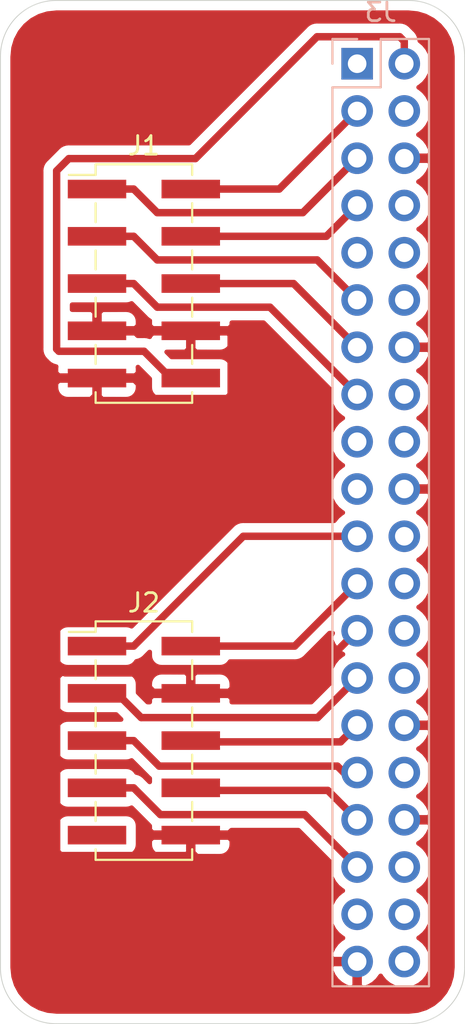
<source format=kicad_pcb>
(kicad_pcb (version 20171130) (host pcbnew 5.1.4-e60b266~84~ubuntu16.04.1)

  (general
    (thickness 1.6)
    (drawings 8)
    (tracks 80)
    (zones 0)
    (modules 3)
    (nets 17)
  )

  (page A4)
  (layers
    (0 F.Cu signal)
    (31 B.Cu signal hide)
    (34 B.Paste user hide)
    (35 F.Paste user hide)
    (36 B.SilkS user)
    (37 F.SilkS user)
    (38 B.Mask user hide)
    (39 F.Mask user hide)
    (44 Edge.Cuts user)
    (45 Margin user hide)
    (46 B.CrtYd user)
    (47 F.CrtYd user)
    (48 B.Fab user hide)
    (49 F.Fab user hide)
  )

  (setup
    (last_trace_width 0.4)
    (trace_clearance 0.4)
    (zone_clearance 0.508)
    (zone_45_only no)
    (trace_min 0.2)
    (via_size 0.8)
    (via_drill 0.4)
    (via_min_size 0.4)
    (via_min_drill 0.3)
    (uvia_size 0.3)
    (uvia_drill 0.1)
    (uvias_allowed no)
    (uvia_min_size 0.2)
    (uvia_min_drill 0.1)
    (edge_width 0.05)
    (segment_width 0.2)
    (pcb_text_width 0.3)
    (pcb_text_size 1.5 1.5)
    (mod_edge_width 0.12)
    (mod_text_size 1 1)
    (mod_text_width 0.15)
    (pad_size 1.524 1.524)
    (pad_drill 0.762)
    (pad_to_mask_clearance 0.051)
    (solder_mask_min_width 0.25)
    (aux_axis_origin 81.5 138.25)
    (grid_origin 81.5 138.25)
    (visible_elements FFFFFF7F)
    (pcbplotparams
      (layerselection 0x01000_7fffffff)
      (usegerberextensions false)
      (usegerberattributes false)
      (usegerberadvancedattributes false)
      (creategerberjobfile false)
      (excludeedgelayer true)
      (linewidth 0.100000)
      (plotframeref false)
      (viasonmask false)
      (mode 1)
      (useauxorigin true)
      (hpglpennumber 1)
      (hpglpenspeed 20)
      (hpglpendiameter 15.000000)
      (psnegative false)
      (psa4output false)
      (plotreference true)
      (plotvalue true)
      (plotinvisibletext false)
      (padsonsilk false)
      (subtractmaskfromsilk false)
      (outputformat 1)
      (mirror false)
      (drillshape 0)
      (scaleselection 1)
      (outputdirectory "gerber/"))
  )

  (net 0 "")
  (net 1 /5V)
  (net 2 /GND)
  (net 3 /RST)
  (net 4 /EN)
  (net 5 /D1)
  (net 6 /D0)
  (net 7 /D3)
  (net 8 /D2)
  (net 9 /LED2)
  (net 10 /SW2)
  (net 11 /LED1)
  (net 12 /SW3)
  (net 13 /SW5)
  (net 14 /SW4)
  (net 15 /3V3)
  (net 16 /SW1a)

  (net_class Default "This is the default net class."
    (clearance 0.4)
    (trace_width 0.4)
    (via_dia 0.8)
    (via_drill 0.4)
    (uvia_dia 0.3)
    (uvia_drill 0.1)
    (diff_pair_width 0.4)
    (diff_pair_gap 0.4)
    (add_net /3V3)
    (add_net /5V)
    (add_net /D0)
    (add_net /D1)
    (add_net /D2)
    (add_net /D3)
    (add_net /EN)
    (add_net /GND)
    (add_net /LED1)
    (add_net /LED2)
    (add_net /NC)
    (add_net /RST)
    (add_net /SW1a)
    (add_net /SW2)
    (add_net /SW3)
    (add_net /SW4)
    (add_net /SW5)
    (add_net "Net-(J3-Pad10)")
    (add_net "Net-(J3-Pad12)")
    (add_net "Net-(J3-Pad16)")
    (add_net "Net-(J3-Pad18)")
    (add_net "Net-(J3-Pad19)")
    (add_net "Net-(J3-Pad22)")
    (add_net "Net-(J3-Pad24)")
    (add_net "Net-(J3-Pad26)")
    (add_net "Net-(J3-Pad28)")
    (add_net "Net-(J3-Pad32)")
    (add_net "Net-(J3-Pad36)")
    (add_net "Net-(J3-Pad37)")
    (add_net "Net-(J3-Pad38)")
    (add_net "Net-(J3-Pad40)")
    (add_net "Net-(J3-Pad8)")
  )

  (module Connector_PinSocket_2.54mm:PinSocket_2x20_P2.54mm_Vertical (layer B.Cu) (tedit 5A19A433) (tstamp 5E08AAC8)
    (at 100.71 86.65 180)
    (descr "Through hole straight socket strip, 2x20, 2.54mm pitch, double cols (from Kicad 4.0.7), script generated")
    (tags "Through hole socket strip THT 2x20 2.54mm double row")
    (path /5DF95190)
    (fp_text reference J3 (at -1.27 2.77) (layer B.SilkS)
      (effects (font (size 1 1) (thickness 0.15)) (justify mirror))
    )
    (fp_text value Conn_02x20_Odd_Even (at -1.27 -51.03) (layer B.Fab)
      (effects (font (size 1 1) (thickness 0.15)) (justify mirror))
    )
    (fp_text user %R (at -1.27 -24.13 270) (layer B.Fab)
      (effects (font (size 1 1) (thickness 0.15)) (justify mirror))
    )
    (fp_line (start -4.34 -50) (end -4.34 1.8) (layer B.CrtYd) (width 0.05))
    (fp_line (start 1.76 -50) (end -4.34 -50) (layer B.CrtYd) (width 0.05))
    (fp_line (start 1.76 1.8) (end 1.76 -50) (layer B.CrtYd) (width 0.05))
    (fp_line (start -4.34 1.8) (end 1.76 1.8) (layer B.CrtYd) (width 0.05))
    (fp_line (start 0 1.33) (end 1.33 1.33) (layer B.SilkS) (width 0.12))
    (fp_line (start 1.33 1.33) (end 1.33 0) (layer B.SilkS) (width 0.12))
    (fp_line (start -1.27 1.33) (end -1.27 -1.27) (layer B.SilkS) (width 0.12))
    (fp_line (start -1.27 -1.27) (end 1.33 -1.27) (layer B.SilkS) (width 0.12))
    (fp_line (start 1.33 -1.27) (end 1.33 -49.59) (layer B.SilkS) (width 0.12))
    (fp_line (start -3.87 -49.59) (end 1.33 -49.59) (layer B.SilkS) (width 0.12))
    (fp_line (start -3.87 1.33) (end -3.87 -49.59) (layer B.SilkS) (width 0.12))
    (fp_line (start -3.87 1.33) (end -1.27 1.33) (layer B.SilkS) (width 0.12))
    (fp_line (start -3.81 -49.53) (end -3.81 1.27) (layer B.Fab) (width 0.1))
    (fp_line (start 1.27 -49.53) (end -3.81 -49.53) (layer B.Fab) (width 0.1))
    (fp_line (start 1.27 0.27) (end 1.27 -49.53) (layer B.Fab) (width 0.1))
    (fp_line (start 0.27 1.27) (end 1.27 0.27) (layer B.Fab) (width 0.1))
    (fp_line (start -3.81 1.27) (end 0.27 1.27) (layer B.Fab) (width 0.1))
    (pad 40 thru_hole oval (at -2.54 -48.26 180) (size 1.7 1.7) (drill 1) (layers *.Cu *.Mask))
    (pad 39 thru_hole oval (at 0 -48.26 180) (size 1.7 1.7) (drill 1) (layers *.Cu *.Mask)
      (net 2 /GND))
    (pad 38 thru_hole oval (at -2.54 -45.72 180) (size 1.7 1.7) (drill 1) (layers *.Cu *.Mask))
    (pad 37 thru_hole oval (at 0 -45.72 180) (size 1.7 1.7) (drill 1) (layers *.Cu *.Mask))
    (pad 36 thru_hole oval (at -2.54 -43.18 180) (size 1.7 1.7) (drill 1) (layers *.Cu *.Mask))
    (pad 35 thru_hole oval (at 0 -43.18 180) (size 1.7 1.7) (drill 1) (layers *.Cu *.Mask)
      (net 10 /SW2))
    (pad 34 thru_hole oval (at -2.54 -40.64 180) (size 1.7 1.7) (drill 1) (layers *.Cu *.Mask)
      (net 2 /GND))
    (pad 33 thru_hole oval (at 0 -40.64 180) (size 1.7 1.7) (drill 1) (layers *.Cu *.Mask)
      (net 9 /LED2))
    (pad 32 thru_hole oval (at -2.54 -38.1 180) (size 1.7 1.7) (drill 1) (layers *.Cu *.Mask))
    (pad 31 thru_hole oval (at 0 -38.1 180) (size 1.7 1.7) (drill 1) (layers *.Cu *.Mask)
      (net 12 /SW3))
    (pad 30 thru_hole oval (at -2.54 -35.56 180) (size 1.7 1.7) (drill 1) (layers *.Cu *.Mask)
      (net 2 /GND))
    (pad 29 thru_hole oval (at 0 -35.56 180) (size 1.7 1.7) (drill 1) (layers *.Cu *.Mask)
      (net 11 /LED1))
    (pad 28 thru_hole oval (at -2.54 -33.02 180) (size 1.7 1.7) (drill 1) (layers *.Cu *.Mask))
    (pad 27 thru_hole oval (at 0 -33.02 180) (size 1.7 1.7) (drill 1) (layers *.Cu *.Mask)
      (net 13 /SW5))
    (pad 26 thru_hole oval (at -2.54 -30.48 180) (size 1.7 1.7) (drill 1) (layers *.Cu *.Mask))
    (pad 25 thru_hole oval (at 0 -30.48 180) (size 1.7 1.7) (drill 1) (layers *.Cu *.Mask)
      (net 2 /GND))
    (pad 24 thru_hole oval (at -2.54 -27.94 180) (size 1.7 1.7) (drill 1) (layers *.Cu *.Mask))
    (pad 23 thru_hole oval (at 0 -27.94 180) (size 1.7 1.7) (drill 1) (layers *.Cu *.Mask)
      (net 16 /SW1a))
    (pad 22 thru_hole oval (at -2.54 -25.4 180) (size 1.7 1.7) (drill 1) (layers *.Cu *.Mask))
    (pad 21 thru_hole oval (at 0 -25.4 180) (size 1.7 1.7) (drill 1) (layers *.Cu *.Mask)
      (net 14 /SW4))
    (pad 20 thru_hole oval (at -2.54 -22.86 180) (size 1.7 1.7) (drill 1) (layers *.Cu *.Mask)
      (net 2 /GND))
    (pad 19 thru_hole oval (at 0 -22.86 180) (size 1.7 1.7) (drill 1) (layers *.Cu *.Mask))
    (pad 18 thru_hole oval (at -2.54 -20.32 180) (size 1.7 1.7) (drill 1) (layers *.Cu *.Mask))
    (pad 17 thru_hole oval (at 0 -20.32 180) (size 1.7 1.7) (drill 1) (layers *.Cu *.Mask)
      (net 15 /3V3))
    (pad 16 thru_hole oval (at -2.54 -17.78 180) (size 1.7 1.7) (drill 1) (layers *.Cu *.Mask))
    (pad 15 thru_hole oval (at 0 -17.78 180) (size 1.7 1.7) (drill 1) (layers *.Cu *.Mask)
      (net 3 /RST))
    (pad 14 thru_hole oval (at -2.54 -15.24 180) (size 1.7 1.7) (drill 1) (layers *.Cu *.Mask)
      (net 2 /GND))
    (pad 13 thru_hole oval (at 0 -15.24 180) (size 1.7 1.7) (drill 1) (layers *.Cu *.Mask)
      (net 4 /EN))
    (pad 12 thru_hole oval (at -2.54 -12.7 180) (size 1.7 1.7) (drill 1) (layers *.Cu *.Mask))
    (pad 11 thru_hole oval (at 0 -12.7 180) (size 1.7 1.7) (drill 1) (layers *.Cu *.Mask)
      (net 6 /D0))
    (pad 10 thru_hole oval (at -2.54 -10.16 180) (size 1.7 1.7) (drill 1) (layers *.Cu *.Mask))
    (pad 9 thru_hole oval (at 0 -10.16 180) (size 1.7 1.7) (drill 1) (layers *.Cu *.Mask)
      (net 2 /GND))
    (pad 8 thru_hole oval (at -2.54 -7.62 180) (size 1.7 1.7) (drill 1) (layers *.Cu *.Mask))
    (pad 7 thru_hole oval (at 0 -7.62 180) (size 1.7 1.7) (drill 1) (layers *.Cu *.Mask)
      (net 5 /D1))
    (pad 6 thru_hole oval (at -2.54 -5.08 180) (size 1.7 1.7) (drill 1) (layers *.Cu *.Mask)
      (net 2 /GND))
    (pad 5 thru_hole oval (at 0 -5.08 180) (size 1.7 1.7) (drill 1) (layers *.Cu *.Mask)
      (net 8 /D2))
    (pad 4 thru_hole oval (at -2.54 -2.54 180) (size 1.7 1.7) (drill 1) (layers *.Cu *.Mask)
      (net 1 /5V))
    (pad 3 thru_hole oval (at 0 -2.54 180) (size 1.7 1.7) (drill 1) (layers *.Cu *.Mask)
      (net 7 /D3))
    (pad 2 thru_hole oval (at -2.54 0 180) (size 1.7 1.7) (drill 1) (layers *.Cu *.Mask)
      (net 1 /5V))
    (pad 1 thru_hole rect (at 0 0 180) (size 1.7 1.7) (drill 1) (layers *.Cu *.Mask)
      (net 15 /3V3))
    (model ${KISYS3DMOD}/Connector_PinSocket_2.54mm.3dshapes/PinSocket_2x20_P2.54mm_Vertical.wrl
      (at (xyz 0 0 0))
      (scale (xyz 1 1 1))
      (rotate (xyz 0 0 0))
    )
  )

  (module Connector_PinHeader_2.54mm:PinHeader_2x05_P2.54mm_Vertical_SMD (layer F.Cu) (tedit 59FED5CC) (tstamp 5E08B398)
    (at 89.225 123.033332)
    (descr "surface-mounted straight pin header, 2x05, 2.54mm pitch, double rows")
    (tags "Surface mounted pin header SMD 2x05 2.54mm double row")
    (path /5DF93079)
    (attr smd)
    (fp_text reference J2 (at 0 -7.41) (layer F.SilkS)
      (effects (font (size 1 1) (thickness 0.15)))
    )
    (fp_text value Conn_02x05_Odd_Even (at 0 7.41) (layer F.Fab)
      (effects (font (size 1 1) (thickness 0.15)))
    )
    (fp_line (start 2.54 6.35) (end -2.54 6.35) (layer F.Fab) (width 0.1))
    (fp_line (start -1.59 -6.35) (end 2.54 -6.35) (layer F.Fab) (width 0.1))
    (fp_line (start -2.54 6.35) (end -2.54 -5.4) (layer F.Fab) (width 0.1))
    (fp_line (start -2.54 -5.4) (end -1.59 -6.35) (layer F.Fab) (width 0.1))
    (fp_line (start 2.54 -6.35) (end 2.54 6.35) (layer F.Fab) (width 0.1))
    (fp_line (start -2.54 -5.4) (end -3.6 -5.4) (layer F.Fab) (width 0.1))
    (fp_line (start -3.6 -5.4) (end -3.6 -4.76) (layer F.Fab) (width 0.1))
    (fp_line (start -3.6 -4.76) (end -2.54 -4.76) (layer F.Fab) (width 0.1))
    (fp_line (start 2.54 -5.4) (end 3.6 -5.4) (layer F.Fab) (width 0.1))
    (fp_line (start 3.6 -5.4) (end 3.6 -4.76) (layer F.Fab) (width 0.1))
    (fp_line (start 3.6 -4.76) (end 2.54 -4.76) (layer F.Fab) (width 0.1))
    (fp_line (start -2.54 -2.86) (end -3.6 -2.86) (layer F.Fab) (width 0.1))
    (fp_line (start -3.6 -2.86) (end -3.6 -2.22) (layer F.Fab) (width 0.1))
    (fp_line (start -3.6 -2.22) (end -2.54 -2.22) (layer F.Fab) (width 0.1))
    (fp_line (start 2.54 -2.86) (end 3.6 -2.86) (layer F.Fab) (width 0.1))
    (fp_line (start 3.6 -2.86) (end 3.6 -2.22) (layer F.Fab) (width 0.1))
    (fp_line (start 3.6 -2.22) (end 2.54 -2.22) (layer F.Fab) (width 0.1))
    (fp_line (start -2.54 -0.32) (end -3.6 -0.32) (layer F.Fab) (width 0.1))
    (fp_line (start -3.6 -0.32) (end -3.6 0.32) (layer F.Fab) (width 0.1))
    (fp_line (start -3.6 0.32) (end -2.54 0.32) (layer F.Fab) (width 0.1))
    (fp_line (start 2.54 -0.32) (end 3.6 -0.32) (layer F.Fab) (width 0.1))
    (fp_line (start 3.6 -0.32) (end 3.6 0.32) (layer F.Fab) (width 0.1))
    (fp_line (start 3.6 0.32) (end 2.54 0.32) (layer F.Fab) (width 0.1))
    (fp_line (start -2.54 2.22) (end -3.6 2.22) (layer F.Fab) (width 0.1))
    (fp_line (start -3.6 2.22) (end -3.6 2.86) (layer F.Fab) (width 0.1))
    (fp_line (start -3.6 2.86) (end -2.54 2.86) (layer F.Fab) (width 0.1))
    (fp_line (start 2.54 2.22) (end 3.6 2.22) (layer F.Fab) (width 0.1))
    (fp_line (start 3.6 2.22) (end 3.6 2.86) (layer F.Fab) (width 0.1))
    (fp_line (start 3.6 2.86) (end 2.54 2.86) (layer F.Fab) (width 0.1))
    (fp_line (start -2.54 4.76) (end -3.6 4.76) (layer F.Fab) (width 0.1))
    (fp_line (start -3.6 4.76) (end -3.6 5.4) (layer F.Fab) (width 0.1))
    (fp_line (start -3.6 5.4) (end -2.54 5.4) (layer F.Fab) (width 0.1))
    (fp_line (start 2.54 4.76) (end 3.6 4.76) (layer F.Fab) (width 0.1))
    (fp_line (start 3.6 4.76) (end 3.6 5.4) (layer F.Fab) (width 0.1))
    (fp_line (start 3.6 5.4) (end 2.54 5.4) (layer F.Fab) (width 0.1))
    (fp_line (start -2.6 -6.41) (end 2.6 -6.41) (layer F.SilkS) (width 0.12))
    (fp_line (start -2.6 6.41) (end 2.6 6.41) (layer F.SilkS) (width 0.12))
    (fp_line (start -4.04 -5.84) (end -2.6 -5.84) (layer F.SilkS) (width 0.12))
    (fp_line (start -2.6 -6.41) (end -2.6 -5.84) (layer F.SilkS) (width 0.12))
    (fp_line (start 2.6 -6.41) (end 2.6 -5.84) (layer F.SilkS) (width 0.12))
    (fp_line (start -2.6 5.84) (end -2.6 6.41) (layer F.SilkS) (width 0.12))
    (fp_line (start 2.6 5.84) (end 2.6 6.41) (layer F.SilkS) (width 0.12))
    (fp_line (start -2.6 -4.32) (end -2.6 -3.3) (layer F.SilkS) (width 0.12))
    (fp_line (start 2.6 -4.32) (end 2.6 -3.3) (layer F.SilkS) (width 0.12))
    (fp_line (start -2.6 -1.78) (end -2.6 -0.76) (layer F.SilkS) (width 0.12))
    (fp_line (start 2.6 -1.78) (end 2.6 -0.76) (layer F.SilkS) (width 0.12))
    (fp_line (start -2.6 0.76) (end -2.6 1.78) (layer F.SilkS) (width 0.12))
    (fp_line (start 2.6 0.76) (end 2.6 1.78) (layer F.SilkS) (width 0.12))
    (fp_line (start -2.6 3.3) (end -2.6 4.32) (layer F.SilkS) (width 0.12))
    (fp_line (start 2.6 3.3) (end 2.6 4.32) (layer F.SilkS) (width 0.12))
    (fp_line (start -5.9 -6.85) (end -5.9 6.85) (layer F.CrtYd) (width 0.05))
    (fp_line (start -5.9 6.85) (end 5.9 6.85) (layer F.CrtYd) (width 0.05))
    (fp_line (start 5.9 6.85) (end 5.9 -6.85) (layer F.CrtYd) (width 0.05))
    (fp_line (start 5.9 -6.85) (end -5.9 -6.85) (layer F.CrtYd) (width 0.05))
    (fp_text user %R (at 0 0 90) (layer F.Fab)
      (effects (font (size 1 1) (thickness 0.15)))
    )
    (pad 1 smd rect (at -2.525 -5.08) (size 3.15 1) (layers F.Cu F.Paste F.Mask)
      (net 14 /SW4))
    (pad 2 smd rect (at 2.525 -5.08) (size 3.15 1) (layers F.Cu F.Paste F.Mask)
      (net 16 /SW1a))
    (pad 3 smd rect (at -2.525 -2.54) (size 3.15 1) (layers F.Cu F.Paste F.Mask)
      (net 13 /SW5))
    (pad 4 smd rect (at 2.525 -2.54) (size 3.15 1) (layers F.Cu F.Paste F.Mask)
      (net 2 /GND))
    (pad 5 smd rect (at -2.525 0) (size 3.15 1) (layers F.Cu F.Paste F.Mask)
      (net 12 /SW3))
    (pad 6 smd rect (at 2.525 0) (size 3.15 1) (layers F.Cu F.Paste F.Mask)
      (net 11 /LED1))
    (pad 7 smd rect (at -2.525 2.54) (size 3.15 1) (layers F.Cu F.Paste F.Mask)
      (net 10 /SW2))
    (pad 8 smd rect (at 2.525 2.54) (size 3.15 1) (layers F.Cu F.Paste F.Mask)
      (net 9 /LED2))
    (pad 9 smd rect (at -2.525 5.08) (size 3.15 1) (layers F.Cu F.Paste F.Mask))
    (pad 10 smd rect (at 2.525 5.08) (size 3.15 1) (layers F.Cu F.Paste F.Mask)
      (net 2 /GND))
    (model ${KISYS3DMOD}/Connector_PinHeader_2.54mm.3dshapes/PinHeader_2x05_P2.54mm_Vertical_SMD.wrl
      (at (xyz 0 0 0))
      (scale (xyz 1 1 1))
      (rotate (xyz 0 0 0))
    )
  )

  (module Connector_PinHeader_2.54mm:PinHeader_2x05_P2.54mm_Vertical_SMD (layer F.Cu) (tedit 59FED5CC) (tstamp 5E08BCB9)
    (at 89.225 98.466666)
    (descr "surface-mounted straight pin header, 2x05, 2.54mm pitch, double rows")
    (tags "Surface mounted pin header SMD 2x05 2.54mm double row")
    (path /5DF92636)
    (attr smd)
    (fp_text reference J1 (at 0 -7.41) (layer F.SilkS)
      (effects (font (size 1 1) (thickness 0.15)))
    )
    (fp_text value Conn_02x05_Odd_Even (at 0 7.41) (layer F.Fab)
      (effects (font (size 1 1) (thickness 0.15)))
    )
    (fp_line (start 2.54 6.35) (end -2.54 6.35) (layer F.Fab) (width 0.1))
    (fp_line (start -1.59 -6.35) (end 2.54 -6.35) (layer F.Fab) (width 0.1))
    (fp_line (start -2.54 6.35) (end -2.54 -5.4) (layer F.Fab) (width 0.1))
    (fp_line (start -2.54 -5.4) (end -1.59 -6.35) (layer F.Fab) (width 0.1))
    (fp_line (start 2.54 -6.35) (end 2.54 6.35) (layer F.Fab) (width 0.1))
    (fp_line (start -2.54 -5.4) (end -3.6 -5.4) (layer F.Fab) (width 0.1))
    (fp_line (start -3.6 -5.4) (end -3.6 -4.76) (layer F.Fab) (width 0.1))
    (fp_line (start -3.6 -4.76) (end -2.54 -4.76) (layer F.Fab) (width 0.1))
    (fp_line (start 2.54 -5.4) (end 3.6 -5.4) (layer F.Fab) (width 0.1))
    (fp_line (start 3.6 -5.4) (end 3.6 -4.76) (layer F.Fab) (width 0.1))
    (fp_line (start 3.6 -4.76) (end 2.54 -4.76) (layer F.Fab) (width 0.1))
    (fp_line (start -2.54 -2.86) (end -3.6 -2.86) (layer F.Fab) (width 0.1))
    (fp_line (start -3.6 -2.86) (end -3.6 -2.22) (layer F.Fab) (width 0.1))
    (fp_line (start -3.6 -2.22) (end -2.54 -2.22) (layer F.Fab) (width 0.1))
    (fp_line (start 2.54 -2.86) (end 3.6 -2.86) (layer F.Fab) (width 0.1))
    (fp_line (start 3.6 -2.86) (end 3.6 -2.22) (layer F.Fab) (width 0.1))
    (fp_line (start 3.6 -2.22) (end 2.54 -2.22) (layer F.Fab) (width 0.1))
    (fp_line (start -2.54 -0.32) (end -3.6 -0.32) (layer F.Fab) (width 0.1))
    (fp_line (start -3.6 -0.32) (end -3.6 0.32) (layer F.Fab) (width 0.1))
    (fp_line (start -3.6 0.32) (end -2.54 0.32) (layer F.Fab) (width 0.1))
    (fp_line (start 2.54 -0.32) (end 3.6 -0.32) (layer F.Fab) (width 0.1))
    (fp_line (start 3.6 -0.32) (end 3.6 0.32) (layer F.Fab) (width 0.1))
    (fp_line (start 3.6 0.32) (end 2.54 0.32) (layer F.Fab) (width 0.1))
    (fp_line (start -2.54 2.22) (end -3.6 2.22) (layer F.Fab) (width 0.1))
    (fp_line (start -3.6 2.22) (end -3.6 2.86) (layer F.Fab) (width 0.1))
    (fp_line (start -3.6 2.86) (end -2.54 2.86) (layer F.Fab) (width 0.1))
    (fp_line (start 2.54 2.22) (end 3.6 2.22) (layer F.Fab) (width 0.1))
    (fp_line (start 3.6 2.22) (end 3.6 2.86) (layer F.Fab) (width 0.1))
    (fp_line (start 3.6 2.86) (end 2.54 2.86) (layer F.Fab) (width 0.1))
    (fp_line (start -2.54 4.76) (end -3.6 4.76) (layer F.Fab) (width 0.1))
    (fp_line (start -3.6 4.76) (end -3.6 5.4) (layer F.Fab) (width 0.1))
    (fp_line (start -3.6 5.4) (end -2.54 5.4) (layer F.Fab) (width 0.1))
    (fp_line (start 2.54 4.76) (end 3.6 4.76) (layer F.Fab) (width 0.1))
    (fp_line (start 3.6 4.76) (end 3.6 5.4) (layer F.Fab) (width 0.1))
    (fp_line (start 3.6 5.4) (end 2.54 5.4) (layer F.Fab) (width 0.1))
    (fp_line (start -2.6 -6.41) (end 2.6 -6.41) (layer F.SilkS) (width 0.12))
    (fp_line (start -2.6 6.41) (end 2.6 6.41) (layer F.SilkS) (width 0.12))
    (fp_line (start -4.04 -5.84) (end -2.6 -5.84) (layer F.SilkS) (width 0.12))
    (fp_line (start -2.6 -6.41) (end -2.6 -5.84) (layer F.SilkS) (width 0.12))
    (fp_line (start 2.6 -6.41) (end 2.6 -5.84) (layer F.SilkS) (width 0.12))
    (fp_line (start -2.6 5.84) (end -2.6 6.41) (layer F.SilkS) (width 0.12))
    (fp_line (start 2.6 5.84) (end 2.6 6.41) (layer F.SilkS) (width 0.12))
    (fp_line (start -2.6 -4.32) (end -2.6 -3.3) (layer F.SilkS) (width 0.12))
    (fp_line (start 2.6 -4.32) (end 2.6 -3.3) (layer F.SilkS) (width 0.12))
    (fp_line (start -2.6 -1.78) (end -2.6 -0.76) (layer F.SilkS) (width 0.12))
    (fp_line (start 2.6 -1.78) (end 2.6 -0.76) (layer F.SilkS) (width 0.12))
    (fp_line (start -2.6 0.76) (end -2.6 1.78) (layer F.SilkS) (width 0.12))
    (fp_line (start 2.6 0.76) (end 2.6 1.78) (layer F.SilkS) (width 0.12))
    (fp_line (start -2.6 3.3) (end -2.6 4.32) (layer F.SilkS) (width 0.12))
    (fp_line (start 2.6 3.3) (end 2.6 4.32) (layer F.SilkS) (width 0.12))
    (fp_line (start -5.9 -6.85) (end -5.9 6.85) (layer F.CrtYd) (width 0.05))
    (fp_line (start -5.9 6.85) (end 5.9 6.85) (layer F.CrtYd) (width 0.05))
    (fp_line (start 5.9 6.85) (end 5.9 -6.85) (layer F.CrtYd) (width 0.05))
    (fp_line (start 5.9 -6.85) (end -5.9 -6.85) (layer F.CrtYd) (width 0.05))
    (fp_text user %R (at 0 0 90) (layer F.Fab)
      (effects (font (size 1 1) (thickness 0.15)))
    )
    (pad 1 smd rect (at -2.525 -5.08) (size 3.15 1) (layers F.Cu F.Paste F.Mask)
      (net 8 /D2))
    (pad 2 smd rect (at 2.525 -5.08) (size 3.15 1) (layers F.Cu F.Paste F.Mask)
      (net 7 /D3))
    (pad 3 smd rect (at -2.525 -2.54) (size 3.15 1) (layers F.Cu F.Paste F.Mask)
      (net 6 /D0))
    (pad 4 smd rect (at 2.525 -2.54) (size 3.15 1) (layers F.Cu F.Paste F.Mask)
      (net 5 /D1))
    (pad 5 smd rect (at -2.525 0) (size 3.15 1) (layers F.Cu F.Paste F.Mask)
      (net 3 /RST))
    (pad 6 smd rect (at 2.525 0) (size 3.15 1) (layers F.Cu F.Paste F.Mask)
      (net 4 /EN))
    (pad 7 smd rect (at -2.525 2.54) (size 3.15 1) (layers F.Cu F.Paste F.Mask)
      (net 2 /GND))
    (pad 8 smd rect (at 2.525 2.54) (size 3.15 1) (layers F.Cu F.Paste F.Mask)
      (net 2 /GND))
    (pad 9 smd rect (at -2.525 5.08) (size 3.15 1) (layers F.Cu F.Paste F.Mask)
      (net 2 /GND))
    (pad 10 smd rect (at 2.525 5.08) (size 3.15 1) (layers F.Cu F.Paste F.Mask)
      (net 1 /5V))
    (model ${KISYS3DMOD}/Connector_PinHeader_2.54mm.3dshapes/PinHeader_2x05_P2.54mm_Vertical_SMD.wrl
      (at (xyz 0 0 0))
      (scale (xyz 1 1 1))
      (rotate (xyz 0 0 0))
    )
  )

  (gr_line (start 81.5 86.25) (end 81.5 135.25) (layer Edge.Cuts) (width 0.05) (tstamp 5E08D06E))
  (gr_line (start 103.5 138.25) (end 84.5 138.25) (layer Edge.Cuts) (width 0.05) (tstamp 5E08D06D))
  (gr_line (start 106.5 86.25) (end 106.5 135.25) (layer Edge.Cuts) (width 0.05) (tstamp 5E08D06C))
  (gr_line (start 84.5 83.25) (end 103.5 83.25) (layer Edge.Cuts) (width 0.05) (tstamp 5E08D06B))
  (gr_arc (start 103.5 86.25) (end 106.5 86.25) (angle -90) (layer Edge.Cuts) (width 0.05))
  (gr_arc (start 84.5 86.25) (end 84.5 83.25) (angle -90) (layer Edge.Cuts) (width 0.05))
  (gr_arc (start 103.5 135.25) (end 103.5 138.25) (angle -90) (layer Edge.Cuts) (width 0.05))
  (gr_arc (start 84.5 135.25) (end 81.5 135.25) (angle -90) (layer Edge.Cuts) (width 0.05))

  (segment (start 90.675 103.546666) (end 89.235001 102.106667) (width 0.4) (layer F.Cu) (net 1))
  (segment (start 89.235001 102.106667) (end 84.644999 102.106667) (width 0.4) (layer F.Cu) (net 1))
  (segment (start 103.25 85.447919) (end 103.25 86.65) (width 0.4) (layer F.Cu) (net 1))
  (segment (start 84.524999 101.986667) (end 84.524999 92.406665) (width 0.4) (layer F.Cu) (net 1))
  (segment (start 84.524999 92.406665) (end 85.181664 91.75) (width 0.4) (layer F.Cu) (net 1))
  (segment (start 85.181664 91.75) (end 92 91.75) (width 0.4) (layer F.Cu) (net 1))
  (segment (start 91.75 103.546666) (end 90.675 103.546666) (width 0.4) (layer F.Cu) (net 1))
  (segment (start 92 91.75) (end 98.550001 85.199999) (width 0.4) (layer F.Cu) (net 1))
  (segment (start 84.644999 102.106667) (end 84.524999 101.986667) (width 0.4) (layer F.Cu) (net 1))
  (segment (start 103.00208 85.199999) (end 103.25 85.447919) (width 0.4) (layer F.Cu) (net 1))
  (segment (start 98.550001 85.199999) (end 103.00208 85.199999) (width 0.4) (layer F.Cu) (net 1))
  (segment (start 99.507919 134.91) (end 100.71 134.91) (width 0.4) (layer F.Cu) (net 2))
  (segment (start 97.646668 134.91) (end 99.507919 134.91) (width 0.4) (layer F.Cu) (net 2))
  (segment (start 91.75 129.013332) (end 97.646668 134.91) (width 0.4) (layer F.Cu) (net 2))
  (segment (start 91.75 120.493332) (end 97.346668 120.493332) (width 0.4) (layer F.Cu) (net 2))
  (segment (start 86.7 101.006666) (end 91.75 101.006666) (width 0.4) (layer F.Cu) (net 2))
  (segment (start 88.675 103.546666) (end 86.7 103.546666) (width 0.4) (layer F.Cu) (net 2))
  (segment (start 89.775001 104.646667) (end 88.675 103.546666) (width 0.4) (layer F.Cu) (net 2))
  (segment (start 93.805001 104.646667) (end 89.775001 104.646667) (width 0.4) (layer F.Cu) (net 2))
  (segment (start 93.925001 104.526667) (end 93.805001 104.646667) (width 0.4) (layer F.Cu) (net 2))
  (segment (start 93.925001 101.206667) (end 93.925001 104.526667) (width 0.4) (layer F.Cu) (net 2))
  (segment (start 93.725 101.006666) (end 93.925001 101.206667) (width 0.4) (layer F.Cu) (net 2))
  (segment (start 91.75 101.006666) (end 93.725 101.006666) (width 0.4) (layer F.Cu) (net 2))
  (segment (start 89.775 120.493332) (end 91.75 120.493332) (width 0.4) (layer F.Cu) (net 2))
  (segment (start 88.674999 119.393331) (end 89.775 120.493332) (width 0.4) (layer F.Cu) (net 2))
  (segment (start 84.524999 118.933333) (end 84.984997 119.393331) (width 0.4) (layer F.Cu) (net 2))
  (segment (start 84.984997 119.393331) (end 88.674999 119.393331) (width 0.4) (layer F.Cu) (net 2))
  (segment (start 86.7 104.446666) (end 84.524999 106.621667) (width 0.4) (layer F.Cu) (net 2))
  (segment (start 86.7 103.546666) (end 86.7 104.446666) (width 0.4) (layer F.Cu) (net 2))
  (segment (start 97.346668 120.493332) (end 100.71 117.13) (width 0.4) (layer F.Cu) (net 2))
  (segment (start 91.549999 129.213333) (end 84.644999 129.213333) (width 0.4) (layer F.Cu) (net 2))
  (segment (start 84.644999 129.213333) (end 84.524999 129.093333) (width 0.4) (layer F.Cu) (net 2))
  (segment (start 91.75 129.013332) (end 91.549999 129.213333) (width 0.4) (layer F.Cu) (net 2))
  (segment (start 91.75 128.113332) (end 91.75 129.013332) (width 0.4) (layer F.Cu) (net 2))
  (segment (start 84.524999 106.621667) (end 84.524999 118.225001) (width 0.4) (layer F.Cu) (net 2))
  (segment (start 84.524999 118.225001) (end 84.524999 118.933333) (width 0.4) (layer F.Cu) (net 2))
  (segment (start 84.524999 129.093333) (end 84.524999 118.225001) (width 0.4) (layer F.Cu) (net 2))
  (segment (start 86.7 98.466666) (end 87.775 98.466666) (width 0.4) (layer F.Cu) (net 3))
  (segment (start 89.945 99.736666) (end 88.675 98.466666) (width 0.4) (layer F.Cu) (net 3))
  (segment (start 88.675 98.466666) (end 86.7 98.466666) (width 0.4) (layer F.Cu) (net 3))
  (segment (start 96.016666 99.736666) (end 89.945 99.736666) (width 0.4) (layer F.Cu) (net 3))
  (segment (start 100.71 104.43) (end 96.016666 99.736666) (width 0.4) (layer F.Cu) (net 3))
  (segment (start 97.286666 98.466666) (end 100.71 101.89) (width 0.4) (layer F.Cu) (net 4))
  (segment (start 91.75 98.466666) (end 97.286666 98.466666) (width 0.4) (layer F.Cu) (net 4))
  (segment (start 99.053334 95.926666) (end 100.71 94.27) (width 0.4) (layer F.Cu) (net 5))
  (segment (start 91.75 95.926666) (end 99.053334 95.926666) (width 0.4) (layer F.Cu) (net 5))
  (segment (start 88.675 95.926666) (end 86.7 95.926666) (width 0.4) (layer F.Cu) (net 6))
  (segment (start 89.945 97.196666) (end 88.675 95.926666) (width 0.4) (layer F.Cu) (net 6))
  (segment (start 98.556666 97.196666) (end 89.945 97.196666) (width 0.4) (layer F.Cu) (net 6))
  (segment (start 100.71 99.35) (end 98.556666 97.196666) (width 0.4) (layer F.Cu) (net 6))
  (segment (start 96.513334 93.386666) (end 100.71 89.19) (width 0.4) (layer F.Cu) (net 7))
  (segment (start 91.75 93.386666) (end 96.513334 93.386666) (width 0.4) (layer F.Cu) (net 7))
  (segment (start 88.675 93.386666) (end 86.7 93.386666) (width 0.4) (layer F.Cu) (net 8))
  (segment (start 97.783334 94.656666) (end 89.945 94.656666) (width 0.4) (layer F.Cu) (net 8))
  (segment (start 89.945 94.656666) (end 88.675 93.386666) (width 0.4) (layer F.Cu) (net 8))
  (segment (start 100.71 91.73) (end 97.783334 94.656666) (width 0.4) (layer F.Cu) (net 8))
  (segment (start 99.129328 125.709328) (end 100.71 127.29) (width 0.4) (layer F.Cu) (net 9))
  (segment (start 91.75 125.709328) (end 99.129328 125.709328) (width 0.4) (layer F.Cu) (net 9))
  (segment (start 90.114999 127.013331) (end 97.893331 127.013331) (width 0.4) (layer F.Cu) (net 10))
  (segment (start 88.675 125.573332) (end 90.114999 127.013331) (width 0.4) (layer F.Cu) (net 10))
  (segment (start 97.893331 127.013331) (end 100.71 129.83) (width 0.4) (layer F.Cu) (net 10))
  (segment (start 86.7 125.573332) (end 88.675 125.573332) (width 0.4) (layer F.Cu) (net 10))
  (segment (start 99.81867 123.10133) (end 100.71 122.21) (width 0.4) (layer F.Cu) (net 11))
  (segment (start 91.75 123.10133) (end 99.81867 123.10133) (width 0.4) (layer F.Cu) (net 11))
  (segment (start 86.7 123.033332) (end 87.775 123.033332) (width 0.4) (layer F.Cu) (net 12))
  (segment (start 99.990726 124.75) (end 100.75 124.75) (width 0.4) (layer F.Cu) (net 12))
  (segment (start 88.675 123.033332) (end 90.046997 124.405329) (width 0.4) (layer F.Cu) (net 12))
  (segment (start 86.7 123.033332) (end 88.675 123.033332) (width 0.4) (layer F.Cu) (net 12))
  (segment (start 90.046997 124.405329) (end 99.646055 124.405329) (width 0.4) (layer F.Cu) (net 12))
  (segment (start 99.646055 124.405329) (end 99.990726 124.75) (width 0.4) (layer F.Cu) (net 12))
  (segment (start 98.582669 121.797331) (end 100.71 119.67) (width 0.4) (layer F.Cu) (net 13))
  (segment (start 89.078999 121.797331) (end 98.582669 121.797331) (width 0.4) (layer F.Cu) (net 13))
  (segment (start 87.775 120.493332) (end 89.078999 121.797331) (width 0.4) (layer F.Cu) (net 13))
  (segment (start 86.7 120.493332) (end 87.775 120.493332) (width 0.4) (layer F.Cu) (net 13))
  (segment (start 94.578332 112.05) (end 99.507919 112.05) (width 0.4) (layer F.Cu) (net 14))
  (segment (start 88.675 117.953332) (end 94.578332 112.05) (width 0.4) (layer F.Cu) (net 14))
  (segment (start 99.507919 112.05) (end 100.71 112.05) (width 0.4) (layer F.Cu) (net 14))
  (segment (start 86.7 117.953332) (end 88.675 117.953332) (width 0.4) (layer F.Cu) (net 14))
  (segment (start 97.346668 117.953332) (end 100.71 114.59) (width 0.4) (layer F.Cu) (net 16))
  (segment (start 91.75 117.953332) (end 97.346668 117.953332) (width 0.4) (layer F.Cu) (net 16))

  (zone (net 2) (net_name /GND) (layer F.Cu) (tstamp 5E08D9E2) (hatch edge 0.508)
    (connect_pads (clearance 0.508))
    (min_thickness 0.254)
    (fill yes (arc_segments 32) (thermal_gap 0.508) (thermal_bridge_width 0.508) (smoothing fillet) (radius 3))
    (polygon
      (pts
        (xy 81.5 138.25) (xy 106.5 138.25) (xy 106.5 83.25) (xy 81.5 83.25)
      )
    )
    (filled_polygon
      (pts
        (xy 103.953893 83.95767) (xy 104.390498 84.089489) (xy 104.793185 84.3036) (xy 105.146612 84.591848) (xy 105.437327 84.943261)
        (xy 105.654242 85.344439) (xy 105.789106 85.780113) (xy 105.84 86.264344) (xy 105.840001 135.217711) (xy 105.79233 135.703894)
        (xy 105.660512 136.140497) (xy 105.446399 136.543186) (xy 105.15815 136.896613) (xy 104.806739 137.187327) (xy 104.405564 137.40424)
        (xy 103.969886 137.539106) (xy 103.485664 137.59) (xy 84.532279 137.59) (xy 84.046106 137.54233) (xy 83.609503 137.410512)
        (xy 83.206814 137.196399) (xy 82.853387 136.90815) (xy 82.562673 136.556739) (xy 82.34576 136.155564) (xy 82.210894 135.719886)
        (xy 82.163282 135.26689) (xy 99.268524 135.26689) (xy 99.313175 135.414099) (xy 99.438359 135.67692) (xy 99.612412 135.910269)
        (xy 99.828645 136.105178) (xy 100.078748 136.254157) (xy 100.353109 136.351481) (xy 100.583 136.230814) (xy 100.583 135.037)
        (xy 99.389845 135.037) (xy 99.268524 135.26689) (xy 82.163282 135.26689) (xy 82.16 135.235664) (xy 82.16 127.613332)
        (xy 84.486928 127.613332) (xy 84.486928 128.613332) (xy 84.499188 128.737814) (xy 84.535498 128.857512) (xy 84.594463 128.967826)
        (xy 84.673815 129.064517) (xy 84.770506 129.143869) (xy 84.88082 129.202834) (xy 85.000518 129.239144) (xy 85.125 129.251404)
        (xy 88.275 129.251404) (xy 88.399482 129.239144) (xy 88.51918 129.202834) (xy 88.629494 129.143869) (xy 88.726185 129.064517)
        (xy 88.805537 128.967826) (xy 88.864502 128.857512) (xy 88.900812 128.737814) (xy 88.913072 128.613332) (xy 89.536928 128.613332)
        (xy 89.549188 128.737814) (xy 89.585498 128.857512) (xy 89.644463 128.967826) (xy 89.723815 129.064517) (xy 89.820506 129.143869)
        (xy 89.93082 129.202834) (xy 90.050518 129.239144) (xy 90.175 129.251404) (xy 91.46425 129.248332) (xy 91.623 129.089582)
        (xy 91.623 128.240332) (xy 91.877 128.240332) (xy 91.877 129.089582) (xy 92.03575 129.248332) (xy 93.325 129.251404)
        (xy 93.449482 129.239144) (xy 93.56918 129.202834) (xy 93.679494 129.143869) (xy 93.776185 129.064517) (xy 93.855537 128.967826)
        (xy 93.914502 128.857512) (xy 93.950812 128.737814) (xy 93.963072 128.613332) (xy 93.96 128.399082) (xy 93.80125 128.240332)
        (xy 91.877 128.240332) (xy 91.623 128.240332) (xy 89.69875 128.240332) (xy 89.54 128.399082) (xy 89.536928 128.613332)
        (xy 88.913072 128.613332) (xy 88.913072 127.613332) (xy 88.900812 127.48885) (xy 88.864502 127.369152) (xy 88.805537 127.258838)
        (xy 88.726185 127.162147) (xy 88.629494 127.082795) (xy 88.51918 127.02383) (xy 88.399482 126.98752) (xy 88.275 126.97526)
        (xy 85.125 126.97526) (xy 85.000518 126.98752) (xy 84.88082 127.02383) (xy 84.770506 127.082795) (xy 84.673815 127.162147)
        (xy 84.594463 127.258838) (xy 84.535498 127.369152) (xy 84.499188 127.48885) (xy 84.486928 127.613332) (xy 82.16 127.613332)
        (xy 82.16 104.046666) (xy 84.486928 104.046666) (xy 84.499188 104.171148) (xy 84.535498 104.290846) (xy 84.594463 104.40116)
        (xy 84.673815 104.497851) (xy 84.770506 104.577203) (xy 84.88082 104.636168) (xy 85.000518 104.672478) (xy 85.125 104.684738)
        (xy 86.41425 104.681666) (xy 86.573 104.522916) (xy 86.573 103.673666) (xy 86.827 103.673666) (xy 86.827 104.522916)
        (xy 86.98575 104.681666) (xy 88.275 104.684738) (xy 88.399482 104.672478) (xy 88.51918 104.636168) (xy 88.629494 104.577203)
        (xy 88.726185 104.497851) (xy 88.805537 104.40116) (xy 88.864502 104.290846) (xy 88.900812 104.171148) (xy 88.913072 104.046666)
        (xy 88.91 103.832416) (xy 88.75125 103.673666) (xy 86.827 103.673666) (xy 86.573 103.673666) (xy 84.64875 103.673666)
        (xy 84.49 103.832416) (xy 84.486928 104.046666) (xy 82.16 104.046666) (xy 82.16 92.406665) (xy 83.685959 92.406665)
        (xy 83.69 92.447694) (xy 83.689999 101.945648) (xy 83.685959 101.986667) (xy 83.689999 102.027685) (xy 83.702081 102.150355)
        (xy 83.749827 102.307753) (xy 83.827363 102.452812) (xy 83.931708 102.579958) (xy 83.963576 102.606111) (xy 84.025556 102.668092)
        (xy 84.051708 102.699958) (xy 84.178853 102.804303) (xy 84.323912 102.881839) (xy 84.48131 102.929585) (xy 84.498294 102.931258)
        (xy 84.486928 103.046666) (xy 84.49 103.260916) (xy 84.64875 103.419666) (xy 86.573 103.419666) (xy 86.573 103.399666)
        (xy 86.827 103.399666) (xy 86.827 103.419666) (xy 88.75125 103.419666) (xy 88.91 103.260916) (xy 88.913072 103.046666)
        (xy 88.904216 102.956749) (xy 89.536928 103.589462) (xy 89.536928 104.046666) (xy 89.549188 104.171148) (xy 89.585498 104.290846)
        (xy 89.644463 104.40116) (xy 89.723815 104.497851) (xy 89.820506 104.577203) (xy 89.93082 104.636168) (xy 90.050518 104.672478)
        (xy 90.175 104.684738) (xy 93.325 104.684738) (xy 93.449482 104.672478) (xy 93.56918 104.636168) (xy 93.679494 104.577203)
        (xy 93.776185 104.497851) (xy 93.855537 104.40116) (xy 93.914502 104.290846) (xy 93.950812 104.171148) (xy 93.963072 104.046666)
        (xy 93.963072 103.046666) (xy 93.950812 102.922184) (xy 93.914502 102.802486) (xy 93.855537 102.692172) (xy 93.776185 102.595481)
        (xy 93.679494 102.516129) (xy 93.56918 102.457164) (xy 93.449482 102.420854) (xy 93.325 102.408594) (xy 90.717796 102.408594)
        (xy 90.453276 102.144075) (xy 91.46425 102.141666) (xy 91.623 101.982916) (xy 91.623 101.133666) (xy 91.877 101.133666)
        (xy 91.877 101.982916) (xy 92.03575 102.141666) (xy 93.325 102.144738) (xy 93.449482 102.132478) (xy 93.56918 102.096168)
        (xy 93.679494 102.037203) (xy 93.776185 101.957851) (xy 93.855537 101.86116) (xy 93.914502 101.750846) (xy 93.950812 101.631148)
        (xy 93.963072 101.506666) (xy 93.96 101.292416) (xy 93.80125 101.133666) (xy 91.877 101.133666) (xy 91.623 101.133666)
        (xy 89.69875 101.133666) (xy 89.54 101.292416) (xy 89.539512 101.326467) (xy 89.39869 101.283749) (xy 89.27602 101.271667)
        (xy 89.276019 101.271667) (xy 89.235001 101.267627) (xy 89.193983 101.271667) (xy 88.889251 101.271667) (xy 88.75125 101.133666)
        (xy 86.827 101.133666) (xy 86.827 101.153666) (xy 86.573 101.153666) (xy 86.573 101.133666) (xy 86.553 101.133666)
        (xy 86.553 100.879666) (xy 86.573 100.879666) (xy 86.573 100.030416) (xy 86.827 100.030416) (xy 86.827 100.879666)
        (xy 88.75125 100.879666) (xy 88.91 100.720916) (xy 88.913072 100.506666) (xy 88.900812 100.382184) (xy 88.864502 100.262486)
        (xy 88.805537 100.152172) (xy 88.726185 100.055481) (xy 88.629494 99.976129) (xy 88.51918 99.917164) (xy 88.399482 99.880854)
        (xy 88.275 99.868594) (xy 86.98575 99.871666) (xy 86.827 100.030416) (xy 86.573 100.030416) (xy 86.41425 99.871666)
        (xy 85.359999 99.869154) (xy 85.359999 99.604738) (xy 88.275 99.604738) (xy 88.399482 99.592478) (xy 88.51918 99.556168)
        (xy 88.561183 99.533717) (xy 89.325558 100.298092) (xy 89.351709 100.329957) (xy 89.478854 100.434302) (xy 89.540794 100.46741)
        (xy 89.536928 100.506666) (xy 89.54 100.720916) (xy 89.69875 100.879666) (xy 91.623 100.879666) (xy 91.623 100.859666)
        (xy 91.877 100.859666) (xy 91.877 100.879666) (xy 93.80125 100.879666) (xy 93.96 100.720916) (xy 93.96214 100.571666)
        (xy 95.670799 100.571666) (xy 99.245728 104.146596) (xy 99.217815 104.43) (xy 99.246487 104.721111) (xy 99.331401 105.001034)
        (xy 99.469294 105.259014) (xy 99.654866 105.485134) (xy 99.880986 105.670706) (xy 99.935791 105.7) (xy 99.880986 105.729294)
        (xy 99.654866 105.914866) (xy 99.469294 106.140986) (xy 99.331401 106.398966) (xy 99.246487 106.678889) (xy 99.217815 106.97)
        (xy 99.246487 107.261111) (xy 99.331401 107.541034) (xy 99.469294 107.799014) (xy 99.654866 108.025134) (xy 99.880986 108.210706)
        (xy 99.935791 108.24) (xy 99.880986 108.269294) (xy 99.654866 108.454866) (xy 99.469294 108.680986) (xy 99.331401 108.938966)
        (xy 99.246487 109.218889) (xy 99.217815 109.51) (xy 99.246487 109.801111) (xy 99.331401 110.081034) (xy 99.469294 110.339014)
        (xy 99.654866 110.565134) (xy 99.880986 110.750706) (xy 99.935791 110.78) (xy 99.880986 110.809294) (xy 99.654866 110.994866)
        (xy 99.474207 111.215) (xy 94.61935 111.215) (xy 94.578331 111.21096) (xy 94.537313 111.215) (xy 94.414643 111.227082)
        (xy 94.257245 111.274828) (xy 94.112186 111.352364) (xy 93.985041 111.456709) (xy 93.958891 111.488573) (xy 88.561183 116.886282)
        (xy 88.51918 116.86383) (xy 88.399482 116.82752) (xy 88.275 116.81526) (xy 85.125 116.81526) (xy 85.000518 116.82752)
        (xy 84.88082 116.86383) (xy 84.770506 116.922795) (xy 84.673815 117.002147) (xy 84.594463 117.098838) (xy 84.535498 117.209152)
        (xy 84.499188 117.32885) (xy 84.486928 117.453332) (xy 84.486928 118.453332) (xy 84.499188 118.577814) (xy 84.535498 118.697512)
        (xy 84.594463 118.807826) (xy 84.673815 118.904517) (xy 84.770506 118.983869) (xy 84.88082 119.042834) (xy 85.000518 119.079144)
        (xy 85.125 119.091404) (xy 88.275 119.091404) (xy 88.399482 119.079144) (xy 88.51918 119.042834) (xy 88.629494 118.983869)
        (xy 88.726185 118.904517) (xy 88.805537 118.807826) (xy 88.821511 118.777942) (xy 88.838689 118.77625) (xy 88.996087 118.728504)
        (xy 89.141146 118.650968) (xy 89.268291 118.546623) (xy 89.294446 118.514753) (xy 89.536928 118.272271) (xy 89.536928 118.453332)
        (xy 89.549188 118.577814) (xy 89.585498 118.697512) (xy 89.644463 118.807826) (xy 89.723815 118.904517) (xy 89.820506 118.983869)
        (xy 89.93082 119.042834) (xy 90.050518 119.079144) (xy 90.175 119.091404) (xy 93.325 119.091404) (xy 93.449482 119.079144)
        (xy 93.56918 119.042834) (xy 93.679494 118.983869) (xy 93.776185 118.904517) (xy 93.855537 118.807826) (xy 93.865957 118.788332)
        (xy 97.30565 118.788332) (xy 97.346668 118.792372) (xy 97.387686 118.788332) (xy 97.387687 118.788332) (xy 97.510357 118.77625)
        (xy 97.667755 118.728504) (xy 97.812814 118.650968) (xy 97.939959 118.546623) (xy 97.966114 118.514753) (xy 99.225 117.255868)
        (xy 99.225 117.257002) (xy 99.389844 117.257002) (xy 99.268524 117.48689) (xy 99.313175 117.634099) (xy 99.438359 117.89692)
        (xy 99.612412 118.130269) (xy 99.828645 118.325178) (xy 99.945523 118.394799) (xy 99.880986 118.429294) (xy 99.654866 118.614866)
        (xy 99.469294 118.840986) (xy 99.331401 119.098966) (xy 99.246487 119.378889) (xy 99.217815 119.67) (xy 99.245728 119.953404)
        (xy 98.236802 120.962331) (xy 93.962627 120.962331) (xy 93.96 120.779082) (xy 93.80125 120.620332) (xy 91.877 120.620332)
        (xy 91.877 120.640332) (xy 91.623 120.640332) (xy 91.623 120.620332) (xy 89.69875 120.620332) (xy 89.54 120.779082)
        (xy 89.537373 120.962331) (xy 89.424867 120.962331) (xy 88.913072 120.450537) (xy 88.913072 119.993332) (xy 89.536928 119.993332)
        (xy 89.54 120.207582) (xy 89.69875 120.366332) (xy 91.623 120.366332) (xy 91.623 119.517082) (xy 91.877 119.517082)
        (xy 91.877 120.366332) (xy 93.80125 120.366332) (xy 93.96 120.207582) (xy 93.963072 119.993332) (xy 93.950812 119.86885)
        (xy 93.914502 119.749152) (xy 93.855537 119.638838) (xy 93.776185 119.542147) (xy 93.679494 119.462795) (xy 93.56918 119.40383)
        (xy 93.449482 119.36752) (xy 93.325 119.35526) (xy 92.03575 119.358332) (xy 91.877 119.517082) (xy 91.623 119.517082)
        (xy 91.46425 119.358332) (xy 90.175 119.35526) (xy 90.050518 119.36752) (xy 89.93082 119.40383) (xy 89.820506 119.462795)
        (xy 89.723815 119.542147) (xy 89.644463 119.638838) (xy 89.585498 119.749152) (xy 89.549188 119.86885) (xy 89.536928 119.993332)
        (xy 88.913072 119.993332) (xy 88.900812 119.86885) (xy 88.864502 119.749152) (xy 88.805537 119.638838) (xy 88.726185 119.542147)
        (xy 88.629494 119.462795) (xy 88.51918 119.40383) (xy 88.399482 119.36752) (xy 88.275 119.35526) (xy 85.125 119.35526)
        (xy 85.000518 119.36752) (xy 84.88082 119.40383) (xy 84.770506 119.462795) (xy 84.673815 119.542147) (xy 84.594463 119.638838)
        (xy 84.535498 119.749152) (xy 84.499188 119.86885) (xy 84.486928 119.993332) (xy 84.486928 120.993332) (xy 84.499188 121.117814)
        (xy 84.535498 121.237512) (xy 84.594463 121.347826) (xy 84.673815 121.444517) (xy 84.770506 121.523869) (xy 84.88082 121.582834)
        (xy 85.000518 121.619144) (xy 85.125 121.631404) (xy 87.732205 121.631404) (xy 87.99606 121.89526) (xy 85.125 121.89526)
        (xy 85.000518 121.90752) (xy 84.88082 121.94383) (xy 84.770506 122.002795) (xy 84.673815 122.082147) (xy 84.594463 122.178838)
        (xy 84.535498 122.289152) (xy 84.499188 122.40885) (xy 84.486928 122.533332) (xy 84.486928 123.533332) (xy 84.499188 123.657814)
        (xy 84.535498 123.777512) (xy 84.594463 123.887826) (xy 84.673815 123.984517) (xy 84.770506 124.063869) (xy 84.88082 124.122834)
        (xy 85.000518 124.159144) (xy 85.125 124.171404) (xy 88.275 124.171404) (xy 88.399482 124.159144) (xy 88.51918 124.122834)
        (xy 88.561183 124.100383) (xy 89.42756 124.966761) (xy 89.453706 124.99862) (xy 89.485565 125.024766) (xy 89.485567 125.024768)
        (xy 89.537512 125.067398) (xy 89.536928 125.073332) (xy 89.536928 125.254393) (xy 89.294446 125.011911) (xy 89.268291 124.980041)
        (xy 89.141146 124.875696) (xy 88.996087 124.79816) (xy 88.838689 124.750414) (xy 88.821511 124.748722) (xy 88.805537 124.718838)
        (xy 88.726185 124.622147) (xy 88.629494 124.542795) (xy 88.51918 124.48383) (xy 88.399482 124.44752) (xy 88.275 124.43526)
        (xy 85.125 124.43526) (xy 85.000518 124.44752) (xy 84.88082 124.48383) (xy 84.770506 124.542795) (xy 84.673815 124.622147)
        (xy 84.594463 124.718838) (xy 84.535498 124.829152) (xy 84.499188 124.94885) (xy 84.486928 125.073332) (xy 84.486928 126.073332)
        (xy 84.499188 126.197814) (xy 84.535498 126.317512) (xy 84.594463 126.427826) (xy 84.673815 126.524517) (xy 84.770506 126.603869)
        (xy 84.88082 126.662834) (xy 85.000518 126.699144) (xy 85.125 126.711404) (xy 88.275 126.711404) (xy 88.399482 126.699144)
        (xy 88.51918 126.662834) (xy 88.561183 126.640382) (xy 89.495558 127.574757) (xy 89.521708 127.606622) (xy 89.537012 127.619182)
        (xy 89.54 127.827582) (xy 89.69875 127.986332) (xy 91.623 127.986332) (xy 91.623 127.966332) (xy 91.877 127.966332)
        (xy 91.877 127.986332) (xy 93.80125 127.986332) (xy 93.939251 127.848331) (xy 97.547464 127.848331) (xy 99.245728 129.546596)
        (xy 99.217815 129.83) (xy 99.246487 130.121111) (xy 99.331401 130.401034) (xy 99.469294 130.659014) (xy 99.654866 130.885134)
        (xy 99.880986 131.070706) (xy 99.935791 131.1) (xy 99.880986 131.129294) (xy 99.654866 131.314866) (xy 99.469294 131.540986)
        (xy 99.331401 131.798966) (xy 99.246487 132.078889) (xy 99.217815 132.37) (xy 99.246487 132.661111) (xy 99.331401 132.941034)
        (xy 99.469294 133.199014) (xy 99.654866 133.425134) (xy 99.880986 133.610706) (xy 99.945523 133.645201) (xy 99.828645 133.714822)
        (xy 99.612412 133.909731) (xy 99.438359 134.14308) (xy 99.313175 134.405901) (xy 99.268524 134.55311) (xy 99.389845 134.783)
        (xy 100.583 134.783) (xy 100.583 134.763) (xy 100.837 134.763) (xy 100.837 134.783) (xy 100.857 134.783)
        (xy 100.857 135.037) (xy 100.837 135.037) (xy 100.837 136.230814) (xy 101.066891 136.351481) (xy 101.341252 136.254157)
        (xy 101.591355 136.105178) (xy 101.807588 135.910269) (xy 101.978416 135.681244) (xy 102.009294 135.739014) (xy 102.194866 135.965134)
        (xy 102.420986 136.150706) (xy 102.678966 136.288599) (xy 102.958889 136.373513) (xy 103.17705 136.395) (xy 103.32295 136.395)
        (xy 103.541111 136.373513) (xy 103.821034 136.288599) (xy 104.079014 136.150706) (xy 104.305134 135.965134) (xy 104.490706 135.739014)
        (xy 104.628599 135.481034) (xy 104.713513 135.201111) (xy 104.742185 134.91) (xy 104.713513 134.618889) (xy 104.628599 134.338966)
        (xy 104.490706 134.080986) (xy 104.305134 133.854866) (xy 104.079014 133.669294) (xy 104.024209 133.64) (xy 104.079014 133.610706)
        (xy 104.305134 133.425134) (xy 104.490706 133.199014) (xy 104.628599 132.941034) (xy 104.713513 132.661111) (xy 104.742185 132.37)
        (xy 104.713513 132.078889) (xy 104.628599 131.798966) (xy 104.490706 131.540986) (xy 104.305134 131.314866) (xy 104.079014 131.129294)
        (xy 104.024209 131.1) (xy 104.079014 131.070706) (xy 104.305134 130.885134) (xy 104.490706 130.659014) (xy 104.628599 130.401034)
        (xy 104.713513 130.121111) (xy 104.742185 129.83) (xy 104.713513 129.538889) (xy 104.628599 129.258966) (xy 104.490706 129.000986)
        (xy 104.305134 128.774866) (xy 104.079014 128.589294) (xy 104.014477 128.554799) (xy 104.131355 128.485178) (xy 104.347588 128.290269)
        (xy 104.521641 128.05692) (xy 104.646825 127.794099) (xy 104.691476 127.64689) (xy 104.570155 127.417) (xy 103.377 127.417)
        (xy 103.377 127.437) (xy 103.123 127.437) (xy 103.123 127.417) (xy 103.103 127.417) (xy 103.103 127.163)
        (xy 103.123 127.163) (xy 103.123 127.143) (xy 103.377 127.143) (xy 103.377 127.163) (xy 104.570155 127.163)
        (xy 104.691476 126.93311) (xy 104.646825 126.785901) (xy 104.521641 126.52308) (xy 104.347588 126.289731) (xy 104.131355 126.094822)
        (xy 104.014477 126.025201) (xy 104.079014 125.990706) (xy 104.305134 125.805134) (xy 104.490706 125.579014) (xy 104.628599 125.321034)
        (xy 104.713513 125.041111) (xy 104.742185 124.75) (xy 104.713513 124.458889) (xy 104.628599 124.178966) (xy 104.490706 123.920986)
        (xy 104.305134 123.694866) (xy 104.079014 123.509294) (xy 104.014477 123.474799) (xy 104.131355 123.405178) (xy 104.347588 123.210269)
        (xy 104.521641 122.97692) (xy 104.646825 122.714099) (xy 104.691476 122.56689) (xy 104.570155 122.337) (xy 103.377 122.337)
        (xy 103.377 122.357) (xy 103.123 122.357) (xy 103.123 122.337) (xy 103.103 122.337) (xy 103.103 122.083)
        (xy 103.123 122.083) (xy 103.123 122.063) (xy 103.377 122.063) (xy 103.377 122.083) (xy 104.570155 122.083)
        (xy 104.691476 121.85311) (xy 104.646825 121.705901) (xy 104.521641 121.44308) (xy 104.347588 121.209731) (xy 104.131355 121.014822)
        (xy 104.014477 120.945201) (xy 104.079014 120.910706) (xy 104.305134 120.725134) (xy 104.490706 120.499014) (xy 104.628599 120.241034)
        (xy 104.713513 119.961111) (xy 104.742185 119.67) (xy 104.713513 119.378889) (xy 104.628599 119.098966) (xy 104.490706 118.840986)
        (xy 104.305134 118.614866) (xy 104.079014 118.429294) (xy 104.024209 118.4) (xy 104.079014 118.370706) (xy 104.305134 118.185134)
        (xy 104.490706 117.959014) (xy 104.628599 117.701034) (xy 104.713513 117.421111) (xy 104.742185 117.13) (xy 104.713513 116.838889)
        (xy 104.628599 116.558966) (xy 104.490706 116.300986) (xy 104.305134 116.074866) (xy 104.079014 115.889294) (xy 104.024209 115.86)
        (xy 104.079014 115.830706) (xy 104.305134 115.645134) (xy 104.490706 115.419014) (xy 104.628599 115.161034) (xy 104.713513 114.881111)
        (xy 104.742185 114.59) (xy 104.713513 114.298889) (xy 104.628599 114.018966) (xy 104.490706 113.760986) (xy 104.305134 113.534866)
        (xy 104.079014 113.349294) (xy 104.024209 113.32) (xy 104.079014 113.290706) (xy 104.305134 113.105134) (xy 104.490706 112.879014)
        (xy 104.628599 112.621034) (xy 104.713513 112.341111) (xy 104.742185 112.05) (xy 104.713513 111.758889) (xy 104.628599 111.478966)
        (xy 104.490706 111.220986) (xy 104.305134 110.994866) (xy 104.079014 110.809294) (xy 104.014477 110.774799) (xy 104.131355 110.705178)
        (xy 104.347588 110.510269) (xy 104.521641 110.27692) (xy 104.646825 110.014099) (xy 104.691476 109.86689) (xy 104.570155 109.637)
        (xy 103.377 109.637) (xy 103.377 109.657) (xy 103.123 109.657) (xy 103.123 109.637) (xy 103.103 109.637)
        (xy 103.103 109.383) (xy 103.123 109.383) (xy 103.123 109.363) (xy 103.377 109.363) (xy 103.377 109.383)
        (xy 104.570155 109.383) (xy 104.691476 109.15311) (xy 104.646825 109.005901) (xy 104.521641 108.74308) (xy 104.347588 108.509731)
        (xy 104.131355 108.314822) (xy 104.014477 108.245201) (xy 104.079014 108.210706) (xy 104.305134 108.025134) (xy 104.490706 107.799014)
        (xy 104.628599 107.541034) (xy 104.713513 107.261111) (xy 104.742185 106.97) (xy 104.713513 106.678889) (xy 104.628599 106.398966)
        (xy 104.490706 106.140986) (xy 104.305134 105.914866) (xy 104.079014 105.729294) (xy 104.024209 105.7) (xy 104.079014 105.670706)
        (xy 104.305134 105.485134) (xy 104.490706 105.259014) (xy 104.628599 105.001034) (xy 104.713513 104.721111) (xy 104.742185 104.43)
        (xy 104.713513 104.138889) (xy 104.628599 103.858966) (xy 104.490706 103.600986) (xy 104.305134 103.374866) (xy 104.079014 103.189294)
        (xy 104.014477 103.154799) (xy 104.131355 103.085178) (xy 104.347588 102.890269) (xy 104.521641 102.65692) (xy 104.646825 102.394099)
        (xy 104.691476 102.24689) (xy 104.570155 102.017) (xy 103.377 102.017) (xy 103.377 102.037) (xy 103.123 102.037)
        (xy 103.123 102.017) (xy 103.103 102.017) (xy 103.103 101.763) (xy 103.123 101.763) (xy 103.123 101.743)
        (xy 103.377 101.743) (xy 103.377 101.763) (xy 104.570155 101.763) (xy 104.691476 101.53311) (xy 104.646825 101.385901)
        (xy 104.521641 101.12308) (xy 104.347588 100.889731) (xy 104.131355 100.694822) (xy 104.014477 100.625201) (xy 104.079014 100.590706)
        (xy 104.305134 100.405134) (xy 104.490706 100.179014) (xy 104.628599 99.921034) (xy 104.713513 99.641111) (xy 104.742185 99.35)
        (xy 104.713513 99.058889) (xy 104.628599 98.778966) (xy 104.490706 98.520986) (xy 104.305134 98.294866) (xy 104.079014 98.109294)
        (xy 104.024209 98.08) (xy 104.079014 98.050706) (xy 104.305134 97.865134) (xy 104.490706 97.639014) (xy 104.628599 97.381034)
        (xy 104.713513 97.101111) (xy 104.742185 96.81) (xy 104.713513 96.518889) (xy 104.628599 96.238966) (xy 104.490706 95.980986)
        (xy 104.305134 95.754866) (xy 104.079014 95.569294) (xy 104.024209 95.54) (xy 104.079014 95.510706) (xy 104.305134 95.325134)
        (xy 104.490706 95.099014) (xy 104.628599 94.841034) (xy 104.713513 94.561111) (xy 104.742185 94.27) (xy 104.713513 93.978889)
        (xy 104.628599 93.698966) (xy 104.490706 93.440986) (xy 104.305134 93.214866) (xy 104.079014 93.029294) (xy 104.014477 92.994799)
        (xy 104.131355 92.925178) (xy 104.347588 92.730269) (xy 104.521641 92.49692) (xy 104.646825 92.234099) (xy 104.691476 92.08689)
        (xy 104.570155 91.857) (xy 103.377 91.857) (xy 103.377 91.877) (xy 103.123 91.877) (xy 103.123 91.857)
        (xy 103.103 91.857) (xy 103.103 91.603) (xy 103.123 91.603) (xy 103.123 91.583) (xy 103.377 91.583)
        (xy 103.377 91.603) (xy 104.570155 91.603) (xy 104.691476 91.37311) (xy 104.646825 91.225901) (xy 104.521641 90.96308)
        (xy 104.347588 90.729731) (xy 104.131355 90.534822) (xy 104.014477 90.465201) (xy 104.079014 90.430706) (xy 104.305134 90.245134)
        (xy 104.490706 90.019014) (xy 104.628599 89.761034) (xy 104.713513 89.481111) (xy 104.742185 89.19) (xy 104.713513 88.898889)
        (xy 104.628599 88.618966) (xy 104.490706 88.360986) (xy 104.305134 88.134866) (xy 104.079014 87.949294) (xy 104.024209 87.92)
        (xy 104.079014 87.890706) (xy 104.305134 87.705134) (xy 104.490706 87.479014) (xy 104.628599 87.221034) (xy 104.713513 86.941111)
        (xy 104.742185 86.65) (xy 104.713513 86.358889) (xy 104.628599 86.078966) (xy 104.490706 85.820986) (xy 104.305134 85.594866)
        (xy 104.085783 85.414849) (xy 104.072918 85.28423) (xy 104.062582 85.250158) (xy 104.025172 85.126832) (xy 103.947636 84.981773)
        (xy 103.843291 84.854628) (xy 103.811427 84.828478) (xy 103.621525 84.638577) (xy 103.595371 84.606708) (xy 103.468226 84.502363)
        (xy 103.323167 84.424827) (xy 103.165769 84.377081) (xy 103.043099 84.364999) (xy 103.043098 84.364999) (xy 103.00208 84.360959)
        (xy 102.961062 84.364999) (xy 98.591016 84.364999) (xy 98.55 84.360959) (xy 98.508984 84.364999) (xy 98.508982 84.364999)
        (xy 98.386312 84.377081) (xy 98.228914 84.424827) (xy 98.083855 84.502363) (xy 97.95671 84.606708) (xy 97.93056 84.638572)
        (xy 91.654133 90.915) (xy 85.222682 90.915) (xy 85.181664 90.91096) (xy 85.140646 90.915) (xy 85.140645 90.915)
        (xy 85.017975 90.927082) (xy 84.860577 90.974828) (xy 84.715518 91.052364) (xy 84.588373 91.156709) (xy 84.562227 91.188569)
        (xy 83.963572 91.787224) (xy 83.931709 91.813374) (xy 83.905561 91.845236) (xy 83.827363 91.94052) (xy 83.749827 92.085579)
        (xy 83.702081 92.242977) (xy 83.685959 92.406665) (xy 82.16 92.406665) (xy 82.16 86.282279) (xy 82.20767 85.796107)
        (xy 82.339489 85.359502) (xy 82.5536 84.956815) (xy 82.841848 84.603388) (xy 83.193261 84.312673) (xy 83.594439 84.095758)
        (xy 84.030113 83.960894) (xy 84.514344 83.91) (xy 103.467721 83.91)
      )
    )
    (filled_polygon
      (pts
        (xy 100.837 117.003) (xy 100.857 117.003) (xy 100.857 117.257) (xy 100.837 117.257) (xy 100.837 117.277)
        (xy 100.583 117.277) (xy 100.583 117.257) (xy 100.563 117.257) (xy 100.563 117.003) (xy 100.583 117.003)
        (xy 100.583 116.983) (xy 100.837 116.983)
      )
    )
    (filled_polygon
      (pts
        (xy 100.837 96.683) (xy 100.857 96.683) (xy 100.857 96.937) (xy 100.837 96.937) (xy 100.837 96.957)
        (xy 100.583 96.957) (xy 100.583 96.937) (xy 100.563 96.937) (xy 100.563 96.683) (xy 100.583 96.683)
        (xy 100.583 96.663) (xy 100.837 96.663)
      )
    )
  )
)

</source>
